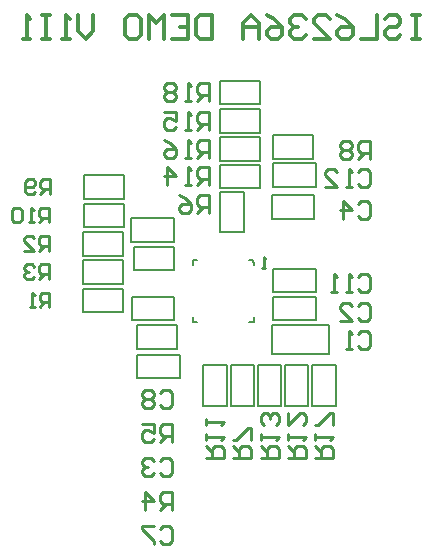
<source format=gbo>
G04*
G04 #@! TF.GenerationSoftware,Altium Limited,Altium Designer,24.1.2 (44)*
G04*
G04 Layer_Color=32896*
%FSLAX44Y44*%
%MOMM*%
G71*
G04*
G04 #@! TF.SameCoordinates,4217E398-C2CF-4D03-8A17-56E4B4A10716*
G04*
G04*
G04 #@! TF.FilePolarity,Positive*
G04*
G01*
G75*
%ADD10C,0.2000*%
%ADD11C,0.2540*%
%ADD46C,0.3500*%
D10*
X274000Y276000D02*
X276000Y274000D01*
X272000Y276000D02*
X274000D01*
X224000D02*
X228000D01*
X224000Y272000D02*
Y276000D01*
Y224000D02*
Y228000D01*
Y224000D02*
X228000D01*
X272000D02*
X276000D01*
Y228000D01*
Y272000D02*
Y274000D01*
X253000Y153000D02*
Y187000D01*
X233000Y153000D02*
X253000D01*
X233000D02*
Y187000D01*
X253000D01*
X276000Y153000D02*
Y187000D01*
X256000Y153000D02*
X276000D01*
X256000D02*
Y187000D01*
X276000D01*
X299000Y153000D02*
Y187000D01*
X279000Y153000D02*
X299000D01*
X279000D02*
Y187000D01*
X299000D01*
X302000Y153000D02*
Y187000D01*
X322000D01*
Y153000D02*
Y187000D01*
X302000Y153000D02*
X322000D01*
X345000D02*
Y187000D01*
X325000Y153000D02*
X345000D01*
X325000D02*
Y187000D01*
X345000D01*
X292000Y269000D02*
X328000D01*
Y249000D02*
Y269000D01*
X292000Y249000D02*
X328000D01*
X292000D02*
Y269000D01*
X291000Y197000D02*
X339000D01*
X291000D02*
Y221000D01*
X339000D01*
Y197000D02*
Y221000D01*
X292000Y225000D02*
X328000D01*
X292000D02*
Y245000D01*
X328000D01*
Y225000D02*
Y245000D01*
X291000Y311000D02*
X327000D01*
X291000D02*
Y331000D01*
X327000D01*
Y311000D02*
Y331000D01*
X292000Y358000D02*
X328000D01*
Y338000D02*
Y358000D01*
X292000Y338000D02*
X328000D01*
X292000D02*
Y358000D01*
Y362000D02*
X326000D01*
X292000D02*
Y382000D01*
X326000D01*
Y362000D02*
Y382000D01*
X247000Y299500D02*
Y333500D01*
X267000D01*
Y299500D02*
Y333500D01*
X247000Y299500D02*
X267000D01*
X247000Y357000D02*
X281000D01*
Y337000D02*
Y357000D01*
X247000Y337000D02*
X281000D01*
X247000D02*
Y357000D01*
Y380000D02*
X281000D01*
Y360000D02*
Y380000D01*
X247000Y360000D02*
X281000D01*
X247000D02*
Y380000D01*
Y404000D02*
X281000D01*
Y384000D02*
Y404000D01*
X247000Y384000D02*
X281000D01*
X247000D02*
Y404000D01*
Y408000D02*
X281000D01*
X247000D02*
Y428000D01*
X281000D01*
Y408000D02*
Y428000D01*
X177000Y176000D02*
X213000D01*
X177000D02*
Y196000D01*
X213000D01*
Y176000D02*
Y196000D01*
X177000Y221000D02*
X211000D01*
Y201000D02*
Y221000D01*
X177000Y201000D02*
X211000D01*
X177000D02*
Y221000D01*
X172500Y245000D02*
X208500D01*
Y225000D02*
Y245000D01*
X172500Y225000D02*
X208500D01*
X172500D02*
Y245000D01*
X174000Y267500D02*
X208000D01*
X174000D02*
Y287500D01*
X208000D01*
Y267500D02*
Y287500D01*
X172000Y311500D02*
X208000D01*
Y291500D02*
Y311500D01*
X172000Y291500D02*
X208000D01*
X172000D02*
Y311500D01*
X131000Y232000D02*
X165000D01*
X131000D02*
Y252000D01*
X165000D01*
Y232000D02*
Y252000D01*
X131000Y256000D02*
X165000D01*
X131000D02*
Y276000D01*
X165000D01*
Y256000D02*
Y276000D01*
X131000Y300000D02*
X165000D01*
Y280000D02*
Y300000D01*
X131000Y280000D02*
X165000D01*
X131000D02*
Y300000D01*
X132000Y304000D02*
X166000D01*
X132000D02*
Y324000D01*
X166000D01*
Y304000D02*
Y324000D01*
X132000Y328000D02*
X166000D01*
X132000D02*
Y348000D01*
X166000D01*
Y328000D02*
Y348000D01*
D11*
X285460Y269540D02*
X282461D01*
X283960D01*
Y278537D01*
X285460Y277038D01*
X304382Y108956D02*
X319618D01*
Y116574D01*
X317078Y119113D01*
X312000D01*
X309461Y116574D01*
Y108956D01*
Y114035D02*
X304382Y119113D01*
Y124191D02*
Y129270D01*
Y126730D01*
X319618D01*
X317078Y124191D01*
X304382Y147044D02*
Y136887D01*
X314539Y147044D01*
X317078D01*
X319618Y144505D01*
Y139426D01*
X317078Y136887D01*
X327383Y108956D02*
X342618D01*
Y116574D01*
X340078Y119113D01*
X335000D01*
X332461Y116574D01*
Y108956D01*
Y114035D02*
X327383Y119113D01*
Y124191D02*
Y129270D01*
Y126730D01*
X342618D01*
X340078Y124191D01*
X342618Y136887D02*
Y147044D01*
X340078D01*
X329922Y136887D01*
X327383D01*
X281383Y108956D02*
X296618D01*
Y116574D01*
X294078Y119113D01*
X289000D01*
X286461Y116574D01*
Y108956D01*
Y114035D02*
X281383Y119113D01*
Y124191D02*
Y129270D01*
Y126730D01*
X296618D01*
X294078Y124191D01*
Y136887D02*
X296618Y139426D01*
Y144505D01*
X294078Y147044D01*
X291539D01*
X289000Y144505D01*
Y141966D01*
Y144505D01*
X286461Y147044D01*
X283922D01*
X281383Y144505D01*
Y139426D01*
X283922Y136887D01*
X258382Y108956D02*
X273617D01*
Y116574D01*
X271078Y119113D01*
X266000D01*
X263461Y116574D01*
Y108956D01*
Y114035D02*
X258382Y119113D01*
X273617Y124191D02*
Y134348D01*
X271078D01*
X260922Y124191D01*
X258382D01*
X235382Y108956D02*
X250618D01*
Y116574D01*
X248078Y119113D01*
X243000D01*
X240461Y116574D01*
Y108956D01*
Y114035D02*
X235382Y119113D01*
Y124191D02*
Y129270D01*
Y126730D01*
X250618D01*
X248078Y124191D01*
X235382Y136887D02*
Y141966D01*
Y139426D01*
X250618D01*
X248078Y136887D01*
X364279Y261442D02*
X366819Y263981D01*
X371897D01*
X374436Y261442D01*
Y251285D01*
X371897Y248746D01*
X366819D01*
X364279Y251285D01*
X359201Y248746D02*
X354123D01*
X356662D01*
Y263981D01*
X359201Y261442D01*
X346505Y248746D02*
X341427D01*
X343966D01*
Y263981D01*
X346505Y261442D01*
X364279Y213436D02*
X366819Y215975D01*
X371897D01*
X374436Y213436D01*
Y203279D01*
X371897Y200740D01*
X366819D01*
X364279Y203279D01*
X359201Y200740D02*
X354123D01*
X356662D01*
Y215975D01*
X359201Y213436D01*
X364279Y237312D02*
X366819Y239851D01*
X371897D01*
X374436Y237312D01*
Y227155D01*
X371897Y224616D01*
X366819D01*
X364279Y227155D01*
X349044Y224616D02*
X359201D01*
X349044Y234773D01*
Y237312D01*
X351583Y239851D01*
X356662D01*
X359201Y237312D01*
X364279Y323418D02*
X366819Y325957D01*
X371897D01*
X374436Y323418D01*
Y313261D01*
X371897Y310722D01*
X366819D01*
X364279Y313261D01*
X351583Y310722D02*
Y325957D01*
X359201Y318340D01*
X349044D01*
X364279Y350342D02*
X366819Y352881D01*
X371897D01*
X374436Y350342D01*
Y340185D01*
X371897Y337646D01*
X366819D01*
X364279Y340185D01*
X359201Y337646D02*
X354123D01*
X356662D01*
Y352881D01*
X359201Y350342D01*
X336348Y337646D02*
X346505D01*
X336348Y347803D01*
Y350342D01*
X338887Y352881D01*
X343966D01*
X346505Y350342D01*
X374436Y361522D02*
Y376757D01*
X366819D01*
X364279Y374218D01*
Y369140D01*
X366819Y366600D01*
X374436D01*
X369358D02*
X364279Y361522D01*
X359201Y374218D02*
X356662Y376757D01*
X351583D01*
X349044Y374218D01*
Y371679D01*
X351583Y369140D01*
X349044Y366600D01*
Y364061D01*
X351583Y361522D01*
X356662D01*
X359201Y364061D01*
Y366600D01*
X356662Y369140D01*
X359201Y371679D01*
Y374218D01*
X356662Y369140D02*
X351583D01*
X237524Y316008D02*
Y331243D01*
X229907D01*
X227367Y328704D01*
Y323625D01*
X229907Y321086D01*
X237524D01*
X232446D02*
X227367Y316008D01*
X212132Y331243D02*
X217211Y328704D01*
X222289Y323625D01*
Y318547D01*
X219750Y316008D01*
X214671D01*
X212132Y318547D01*
Y321086D01*
X214671Y323625D01*
X222289D01*
X237524Y339630D02*
Y354865D01*
X229907D01*
X227367Y352326D01*
Y347248D01*
X229907Y344708D01*
X237524D01*
X232446D02*
X227367Y339630D01*
X222289D02*
X217211D01*
X219750D01*
Y354865D01*
X222289Y352326D01*
X201975Y339630D02*
Y354865D01*
X209593Y347248D01*
X199436D01*
X237524Y362744D02*
Y377979D01*
X229907D01*
X227367Y375440D01*
Y370362D01*
X229907Y367822D01*
X237524D01*
X232446D02*
X227367Y362744D01*
X222289D02*
X217211D01*
X219750D01*
Y377979D01*
X222289Y375440D01*
X199436Y377979D02*
X204515Y375440D01*
X209593Y370362D01*
Y365283D01*
X207054Y362744D01*
X201975D01*
X199436Y365283D01*
Y367822D01*
X201975Y370362D01*
X209593D01*
X237524Y386620D02*
Y401855D01*
X229907D01*
X227367Y399316D01*
Y394238D01*
X229907Y391698D01*
X237524D01*
X232446D02*
X227367Y386620D01*
X222289D02*
X217211D01*
X219750D01*
Y401855D01*
X222289Y399316D01*
X199436Y401855D02*
X209593D01*
Y394238D01*
X204515Y396777D01*
X201975D01*
X199436Y394238D01*
Y389159D01*
X201975Y386620D01*
X207054D01*
X209593Y389159D01*
X237524Y410496D02*
Y425731D01*
X229907D01*
X227367Y423192D01*
Y418114D01*
X229907Y415574D01*
X237524D01*
X232446D02*
X227367Y410496D01*
X222289D02*
X217211D01*
X219750D01*
Y425731D01*
X222289Y423192D01*
X209593D02*
X207054Y425731D01*
X201975D01*
X199436Y423192D01*
Y420653D01*
X201975Y418114D01*
X199436Y415574D01*
Y413035D01*
X201975Y410496D01*
X207054D01*
X209593Y413035D01*
Y415574D01*
X207054Y418114D01*
X209593Y420653D01*
Y423192D01*
X207054Y418114D02*
X201975D01*
X206372Y122271D02*
Y137507D01*
X198755D01*
X196215Y134967D01*
Y129889D01*
X198755Y127350D01*
X206372D01*
X201294D02*
X196215Y122271D01*
X180980Y137507D02*
X191137D01*
Y129889D01*
X186059Y132428D01*
X183519D01*
X180980Y129889D01*
Y124811D01*
X183519Y122271D01*
X188598D01*
X191137Y124811D01*
X196215Y163860D02*
X198755Y166399D01*
X203833D01*
X206372Y163860D01*
Y153703D01*
X203833Y151164D01*
X198755D01*
X196215Y153703D01*
X191137Y163860D02*
X188598Y166399D01*
X183519D01*
X180980Y163860D01*
Y161321D01*
X183519Y158781D01*
X180980Y156242D01*
Y153703D01*
X183519Y151164D01*
X188598D01*
X191137Y153703D01*
Y156242D01*
X188598Y158781D01*
X191137Y161321D01*
Y163860D01*
X188598Y158781D02*
X183519D01*
X196215Y106075D02*
X198755Y108614D01*
X203833D01*
X206372Y106075D01*
Y95918D01*
X203833Y93379D01*
X198755D01*
X196215Y95918D01*
X191137Y106075D02*
X188598Y108614D01*
X183519D01*
X180980Y106075D01*
Y103536D01*
X183519Y100997D01*
X186059D01*
X183519D01*
X180980Y98457D01*
Y95918D01*
X183519Y93379D01*
X188598D01*
X191137Y95918D01*
X206372Y64486D02*
Y79722D01*
X198755D01*
X196215Y77182D01*
Y72104D01*
X198755Y69565D01*
X206372D01*
X201294D02*
X196215Y64486D01*
X183519D02*
Y79722D01*
X191137Y72104D01*
X180980D01*
X196215Y48290D02*
X198755Y50829D01*
X203833D01*
X206372Y48290D01*
Y38133D01*
X203833Y35594D01*
X198755D01*
X196215Y38133D01*
X191137Y50829D02*
X180980D01*
Y48290D01*
X191137Y38133D01*
Y35594D01*
X102620Y236098D02*
Y248594D01*
X96372D01*
X94289Y246511D01*
Y242346D01*
X96372Y240263D01*
X102620D01*
X98455D02*
X94289Y236098D01*
X90124D02*
X85959D01*
X88041D01*
Y248594D01*
X90124Y246511D01*
X102163Y259974D02*
Y272470D01*
X95915D01*
X93833Y270387D01*
Y266222D01*
X95915Y264139D01*
X102163D01*
X97998D02*
X93833Y259974D01*
X89667Y270387D02*
X87585Y272470D01*
X83420D01*
X81337Y270387D01*
Y268304D01*
X83420Y266222D01*
X85502D01*
X83420D01*
X81337Y264139D01*
Y262056D01*
X83420Y259974D01*
X87585D01*
X89667Y262056D01*
X102163Y284104D02*
Y296600D01*
X95915D01*
X93833Y294517D01*
Y290352D01*
X95915Y288269D01*
X102163D01*
X97998D02*
X93833Y284104D01*
X81337D02*
X89667D01*
X81337Y292434D01*
Y294517D01*
X83420Y296600D01*
X87585D01*
X89667Y294517D01*
X102038Y307980D02*
Y320476D01*
X95790D01*
X93708Y318393D01*
Y314228D01*
X95790Y312145D01*
X102038D01*
X97873D02*
X93708Y307980D01*
X89542D02*
X85377D01*
X87459D01*
Y320476D01*
X89542Y318393D01*
X79129D02*
X77046Y320476D01*
X72881D01*
X70798Y318393D01*
Y310062D01*
X72881Y307980D01*
X77046D01*
X79129Y310062D01*
Y318393D01*
X103179Y332110D02*
Y344605D01*
X96931D01*
X94849Y342523D01*
Y338358D01*
X96931Y336275D01*
X103179D01*
X99014D02*
X94849Y332110D01*
X90683Y334192D02*
X88601Y332110D01*
X84436D01*
X82353Y334192D01*
Y342523D01*
X84436Y344605D01*
X88601D01*
X90683Y342523D01*
Y340440D01*
X88601Y338358D01*
X82353D01*
D46*
X416500Y483493D02*
X409836D01*
X413168D01*
Y463500D01*
X416500D01*
X409836D01*
X386510Y480161D02*
X389842Y483493D01*
X396507D01*
X399839Y480161D01*
Y476829D01*
X396507Y473497D01*
X389842D01*
X386510Y470164D01*
Y466832D01*
X389842Y463500D01*
X396507D01*
X399839Y466832D01*
X379845Y483493D02*
Y463500D01*
X366516D01*
X346523Y483493D02*
X353187Y480161D01*
X359852Y473497D01*
Y466832D01*
X356519Y463500D01*
X349855D01*
X346523Y466832D01*
Y470164D01*
X349855Y473497D01*
X359852D01*
X326529Y463500D02*
X339858D01*
X326529Y476829D01*
Y480161D01*
X329861Y483493D01*
X336526D01*
X339858Y480161D01*
X319865D02*
X316532Y483493D01*
X309868D01*
X306535Y480161D01*
Y476829D01*
X309868Y473497D01*
X313200D01*
X309868D01*
X306535Y470164D01*
Y466832D01*
X309868Y463500D01*
X316532D01*
X319865Y466832D01*
X286542Y483493D02*
X293206Y480161D01*
X299871Y473497D01*
Y466832D01*
X296539Y463500D01*
X289874D01*
X286542Y466832D01*
Y470164D01*
X289874Y473497D01*
X299871D01*
X279877Y463500D02*
Y476829D01*
X273213Y483493D01*
X266548Y476829D01*
Y463500D01*
Y473497D01*
X279877D01*
X239890Y483493D02*
Y463500D01*
X229893D01*
X226561Y466832D01*
Y480161D01*
X229893Y483493D01*
X239890D01*
X206568D02*
X219897D01*
Y463500D01*
X206568D01*
X219897Y473497D02*
X213232D01*
X199903Y463500D02*
Y483493D01*
X193239Y476829D01*
X186574Y483493D01*
Y463500D01*
X169913Y483493D02*
X176577D01*
X179910Y480161D01*
Y466832D01*
X176577Y463500D01*
X169913D01*
X166581Y466832D01*
Y480161D01*
X169913Y483493D01*
X139923D02*
Y470164D01*
X133258Y463500D01*
X126593Y470164D01*
Y483493D01*
X119929Y463500D02*
X113264D01*
X116597D01*
Y483493D01*
X119929Y480161D01*
X103268Y483493D02*
X96603D01*
X99935D01*
Y463500D01*
X103268D01*
X96603D01*
X86606D02*
X79942D01*
X83274D01*
Y483493D01*
X86606Y480161D01*
M02*

</source>
